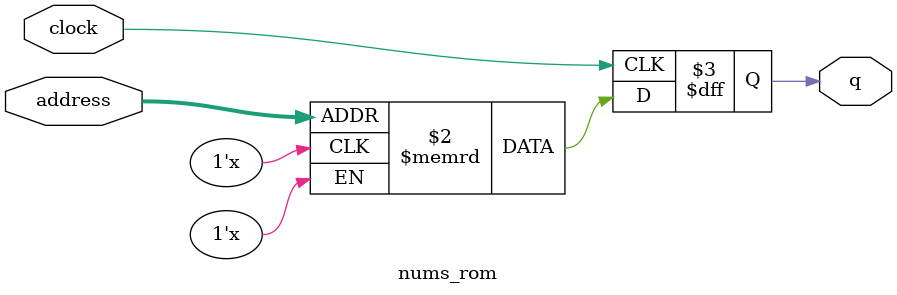
<source format=sv>
module nums_rom (
	input logic clock,
	input logic [8:0] address,
	output logic [0:0] q
);

logic [0:0] memory [0:274] /* synthesis ram_init_file = "./nums/nums.COE" */;

always_ff @ (posedge clock) begin
	q <= memory[address];
end

endmodule

</source>
